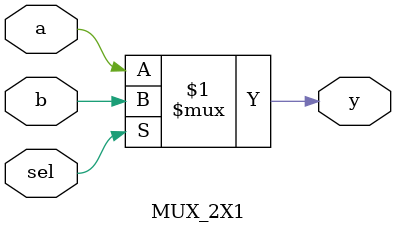
<source format=v>
module MUX_2X1(
  input a,b,sel,
  output y
);
  
  assign y=sel?b:a;
endmodule
</source>
